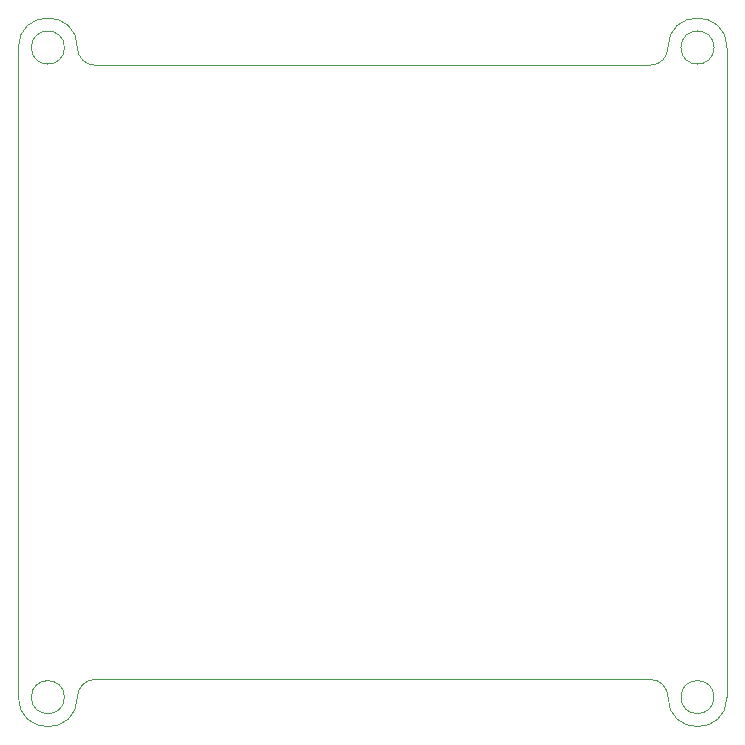
<source format=gbr>
%TF.GenerationSoftware,KiCad,Pcbnew,8.0.8*%
%TF.CreationDate,2025-05-20T22:02:41+02:00*%
%TF.ProjectId,Bernd_V1,4265726e-645f-4563-912e-6b696361645f,REV3*%
%TF.SameCoordinates,Original*%
%TF.FileFunction,Profile,NP*%
%FSLAX46Y46*%
G04 Gerber Fmt 4.6, Leading zero omitted, Abs format (unit mm)*
G04 Created by KiCad (PCBNEW 8.0.8) date 2025-05-20 22:02:41*
%MOMM*%
%LPD*%
G01*
G04 APERTURE LIST*
%TA.AperFunction,Profile*%
%ADD10C,0.100000*%
%TD*%
%TA.AperFunction,Profile*%
%ADD11C,0.050000*%
%TD*%
G04 APERTURE END LIST*
D10*
X55000000Y57500000D02*
G75*
G02*
X53500000Y56000000I-1500001J1D01*
G01*
X55000000Y57500000D02*
G75*
G02*
X60000000Y57500000I2500000J0D01*
G01*
X60000000Y2499999D02*
G75*
G02*
X55000000Y2499999I-2500000J0D01*
G01*
X6500000Y56000000D02*
G75*
G02*
X5000000Y57500000I0J1500000D01*
G01*
X0Y57500000D02*
G75*
G02*
X5000000Y57500000I2500000J0D01*
G01*
X0Y2500000D02*
X0Y57500000D01*
D11*
X3900000Y57500000D02*
G75*
G02*
X1100000Y57500000I-1400000J0D01*
G01*
X1100000Y57500000D02*
G75*
G02*
X3900000Y57500000I1400000J0D01*
G01*
D10*
X60000000Y57500000D02*
X60000000Y2499999D01*
D11*
X58900000Y2500000D02*
G75*
G02*
X56100000Y2500000I-1400000J0D01*
G01*
X56100000Y2500000D02*
G75*
G02*
X58900000Y2500000I1400000J0D01*
G01*
D10*
X6500000Y56000000D02*
X53500000Y56000000D01*
X5000000Y2500000D02*
G75*
G02*
X0Y2500000I-2500000J0D01*
G01*
X53500000Y4000000D02*
X6500000Y4000000D01*
X5000000Y2500000D02*
G75*
G02*
X6500000Y4000000I1500000J0D01*
G01*
D11*
X3900000Y2500000D02*
G75*
G02*
X1100000Y2500000I-1400000J0D01*
G01*
X1100000Y2500000D02*
G75*
G02*
X3900000Y2500000I1400000J0D01*
G01*
X58900000Y57500000D02*
G75*
G02*
X56100000Y57500000I-1400000J0D01*
G01*
X56100000Y57500000D02*
G75*
G02*
X58900000Y57500000I1400000J0D01*
G01*
D10*
X53500000Y3999999D02*
G75*
G02*
X55000000Y2499999I0J-1500000D01*
G01*
M02*

</source>
